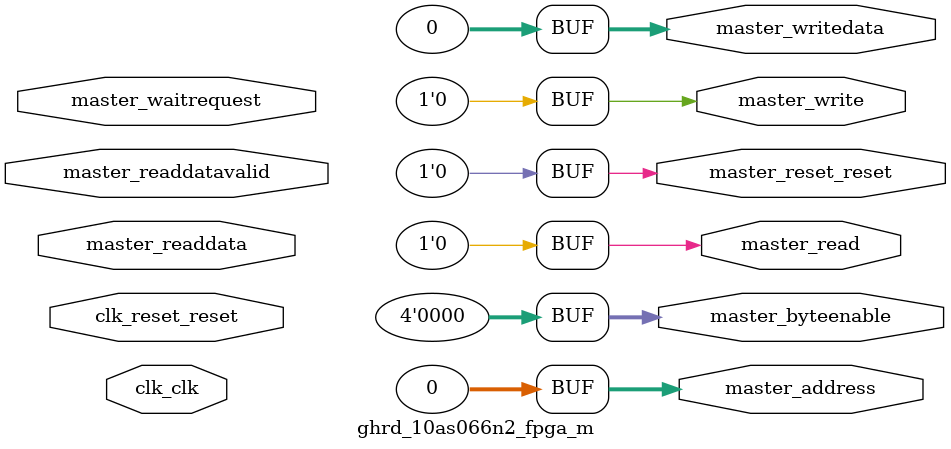
<source format=v>
module ghrd_10as066n2_fpga_m(	// file.cleaned.mlir:2:3
  input         clk_clk,	// file.cleaned.mlir:2:39
                clk_reset_reset,	// file.cleaned.mlir:2:57
  input  [31:0] master_readdata,	// file.cleaned.mlir:2:83
  input         master_waitrequest,	// file.cleaned.mlir:2:110
                master_readdatavalid,	// file.cleaned.mlir:2:139
  output [31:0] master_address,	// file.cleaned.mlir:2:171
  output        master_read,	// file.cleaned.mlir:2:197
                master_write,	// file.cleaned.mlir:2:219
  output [31:0] master_writedata,	// file.cleaned.mlir:2:242
  output [3:0]  master_byteenable,	// file.cleaned.mlir:2:270
  output        master_reset_reset	// file.cleaned.mlir:2:298
);

  assign master_address = 32'h0;	// file.cleaned.mlir:3:15, :6:5
  assign master_read = 1'h0;	// file.cleaned.mlir:4:14, :6:5
  assign master_write = 1'h0;	// file.cleaned.mlir:4:14, :6:5
  assign master_writedata = 32'h0;	// file.cleaned.mlir:3:15, :6:5
  assign master_byteenable = 4'h0;	// file.cleaned.mlir:5:14, :6:5
  assign master_reset_reset = 1'h0;	// file.cleaned.mlir:4:14, :6:5
endmodule


</source>
